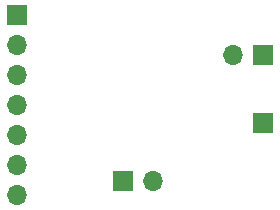
<source format=gbr>
%TF.GenerationSoftware,KiCad,Pcbnew,7.0.1*%
%TF.CreationDate,2023-05-06T21:47:35-07:00*%
%TF.ProjectId,MAGNETORQUERS,4d41474e-4554-44f5-9251-554552532e6b,rev?*%
%TF.SameCoordinates,Original*%
%TF.FileFunction,Soldermask,Bot*%
%TF.FilePolarity,Negative*%
%FSLAX46Y46*%
G04 Gerber Fmt 4.6, Leading zero omitted, Abs format (unit mm)*
G04 Created by KiCad (PCBNEW 7.0.1) date 2023-05-06 21:47:35*
%MOMM*%
%LPD*%
G01*
G04 APERTURE LIST*
%ADD10R,1.700000X1.700000*%
%ADD11O,1.700000X1.700000*%
G04 APERTURE END LIST*
D10*
%TO.C,VM1*%
X151384000Y-88392000D03*
%TD*%
%TO.C,STM*%
X130556000Y-79248000D03*
D11*
X130556000Y-81788000D03*
X130556000Y-84328000D03*
X130556000Y-86868000D03*
X130556000Y-89408000D03*
X130556000Y-91948000D03*
X130556000Y-94488000D03*
%TD*%
D10*
%TO.C,BULKCAP1*%
X151440000Y-82675000D03*
D11*
X148900000Y-82675000D03*
%TD*%
D10*
%TO.C,MAGN*%
X139568000Y-93268800D03*
D11*
X142108000Y-93268800D03*
%TD*%
M02*

</source>
